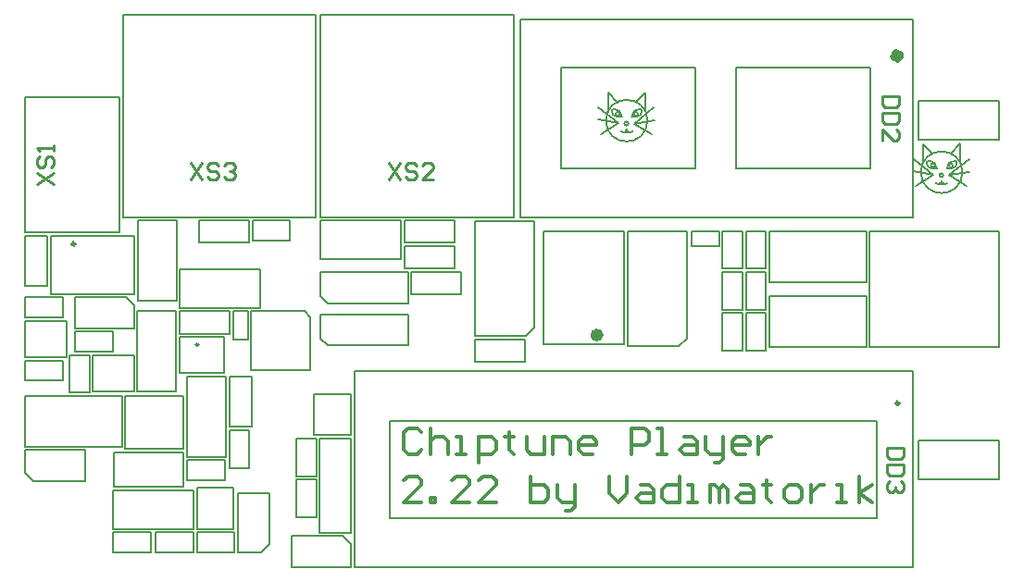
<source format=gto>
G04 Layer_Color=65535*
%FSLAX44Y44*%
%MOMM*%
G71*
G01*
G75*
%ADD10C,0.3000*%
%ADD11C,0.1500*%
%ADD14C,0.6000*%
%ADD17C,1.0000*%
%ADD91C,0.2000*%
%ADD92C,0.2500*%
%ADD93C,0.2540*%
D10*
X801764Y151850D02*
G03*
X801764Y151850I-1414J0D01*
G01*
X48346Y297700D02*
G03*
X48346Y297700I-1346J0D01*
G01*
X365245Y125229D02*
X361246Y129228D01*
X353249D01*
X349250Y125229D01*
Y109234D01*
X353249Y105236D01*
X361246D01*
X365245Y109234D01*
X373242Y129228D02*
Y105236D01*
Y117232D01*
X377241Y121230D01*
X385238D01*
X389237Y117232D01*
Y105236D01*
X397234D02*
X405232D01*
X401233D01*
Y121230D01*
X397234D01*
X417228Y97238D02*
Y121230D01*
X429224D01*
X433223Y117232D01*
Y109234D01*
X429224Y105236D01*
X417228D01*
X445219Y125229D02*
Y121230D01*
X441220D01*
X449218D01*
X445219D01*
Y109234D01*
X449218Y105236D01*
X461214Y121230D02*
Y109234D01*
X465213Y105236D01*
X477209D01*
Y121230D01*
X485206Y105236D02*
Y121230D01*
X497202D01*
X501201Y117232D01*
Y105236D01*
X521194D02*
X513197D01*
X509198Y109234D01*
Y117232D01*
X513197Y121230D01*
X521194D01*
X525193Y117232D01*
Y113233D01*
X509198D01*
X557183Y105236D02*
Y129228D01*
X569179D01*
X573178Y125229D01*
Y117232D01*
X569179Y113233D01*
X557183D01*
X581175Y105236D02*
X589173D01*
X585174D01*
Y129228D01*
X581175D01*
X605167Y121230D02*
X613165D01*
X617164Y117232D01*
Y105236D01*
X605167D01*
X601169Y109234D01*
X605167Y113233D01*
X617164D01*
X625161Y121230D02*
Y109234D01*
X629160Y105236D01*
X641156D01*
Y101237D01*
X637157Y97238D01*
X633158D01*
X641156Y105236D02*
Y121230D01*
X661149Y105236D02*
X653152D01*
X649153Y109234D01*
Y117232D01*
X653152Y121230D01*
X661149D01*
X665148Y117232D01*
Y113233D01*
X649153D01*
X673145Y121230D02*
Y105236D01*
Y113233D01*
X677144Y117232D01*
X681143Y121230D01*
X685142D01*
X365245Y61247D02*
X349250D01*
X365245Y77242D01*
Y81241D01*
X361246Y85240D01*
X353249D01*
X349250Y81241D01*
X373242Y61247D02*
Y65246D01*
X377241D01*
Y61247D01*
X373242D01*
X409231D02*
X393236D01*
X409231Y77242D01*
Y81241D01*
X405232Y85240D01*
X397234D01*
X393236Y81241D01*
X433223Y61247D02*
X417228D01*
X433223Y77242D01*
Y81241D01*
X429224Y85240D01*
X421227D01*
X417228Y81241D01*
X465213Y85240D02*
Y61247D01*
X477209D01*
X481207Y65246D01*
Y69245D01*
Y73243D01*
X477209Y77242D01*
X465213D01*
X489205D02*
Y65246D01*
X493204Y61247D01*
X505200D01*
Y57249D01*
X501201Y53250D01*
X497202D01*
X505200Y61247D02*
Y77242D01*
X537189Y85240D02*
Y69245D01*
X545187Y61247D01*
X553184Y69245D01*
Y85240D01*
X565180Y77242D02*
X573178D01*
X577176Y73243D01*
Y61247D01*
X565180D01*
X561182Y65246D01*
X565180Y69245D01*
X577176D01*
X601169Y85240D02*
Y61247D01*
X589173D01*
X585174Y65246D01*
Y73243D01*
X589173Y77242D01*
X601169D01*
X609166Y61247D02*
X617164D01*
X613165D01*
Y77242D01*
X609166D01*
X629160Y61247D02*
Y77242D01*
X633158D01*
X637157Y73243D01*
Y61247D01*
Y73243D01*
X641156Y77242D01*
X645154Y73243D01*
Y61247D01*
X657151Y77242D02*
X665148D01*
X669147Y73243D01*
Y61247D01*
X657151D01*
X653152Y65246D01*
X657151Y69245D01*
X669147D01*
X681143Y81241D02*
Y77242D01*
X677144D01*
X685142D01*
X681143D01*
Y65246D01*
X685142Y61247D01*
X701136D02*
X709134D01*
X713132Y65246D01*
Y73243D01*
X709134Y77242D01*
X701136D01*
X697138Y73243D01*
Y65246D01*
X701136Y61247D01*
X721130Y77242D02*
Y61247D01*
Y69245D01*
X725129Y73243D01*
X729127Y77242D01*
X733126D01*
X745122Y61247D02*
X753120D01*
X749121D01*
Y77242D01*
X745122D01*
X765116Y61247D02*
Y85240D01*
Y69245D02*
X777112Y77242D01*
X765116Y69245D02*
X777112Y61247D01*
D11*
X837750Y352500D02*
G03*
X840750Y355500I0J3000D01*
G01*
D02*
G03*
X843750Y352500I3000J0D01*
G01*
X843836D02*
G03*
X846250Y353500I0J3414D01*
G01*
X835250D02*
G03*
X837664Y352500I2414J2414D01*
G01*
X547250Y400750D02*
G03*
X549664Y399750I2414J2414D01*
G01*
X555836D02*
G03*
X558250Y400750I0J3414D01*
G01*
X852500Y374000D02*
G03*
X845500Y367000I0J-7000D01*
G01*
X854750Y371750D02*
G03*
X852500Y374000I-2250J0D01*
G01*
X850000Y367000D02*
G03*
X854750Y371750I0J4750D01*
G01*
X827000D02*
G03*
X831750Y367000I4750J0D01*
G01*
X829250Y374000D02*
G03*
X827000Y371750I0J-2250D01*
G01*
X836250Y367000D02*
G03*
X829250Y374000I-7000J0D01*
G01*
X548250Y414250D02*
G03*
X541250Y421250I-7000J0D01*
G01*
D02*
G03*
X539000Y419000I0J-2250D01*
G01*
D02*
G03*
X543750Y414250I4750J0D01*
G01*
X562000D02*
G03*
X566750Y419000I0J4750D01*
G01*
D02*
G03*
X564500Y421250I-2250J0D01*
G01*
D02*
G03*
X557500Y414250I0J-7000D01*
G01*
X552750Y402750D02*
G03*
X555750Y399750I3000J0D01*
G01*
X549750D02*
G03*
X552750Y402750I0J3000D01*
G01*
X837750Y352500D02*
X843750D01*
X843836D01*
X555750Y399750D02*
X555836D01*
X823750Y389000D02*
X832250Y380000D01*
X823750Y371500D02*
Y389000D01*
X857500Y371750D02*
Y389250D01*
X849000Y380250D02*
X857500Y389250D01*
X847250Y360500D02*
X865750Y375000D01*
X847250Y360500D02*
X863500Y350750D01*
X847250Y360500D02*
X866500Y363750D01*
X814250Y364000D02*
X833500Y360750D01*
X817250Y351000D02*
X833500Y360750D01*
X815000Y375250D02*
X833500Y360750D01*
X845500Y367000D02*
X850000D01*
X831750D02*
X836250D01*
X543750Y414250D02*
X548250D01*
X557500D02*
X562000D01*
X549750Y399750D02*
X555750D01*
X527000Y422500D02*
X545500Y408000D01*
X529250Y398250D02*
X545500Y408000D01*
X526250Y411250D02*
X545500Y408000D01*
X559250Y407750D02*
X578500Y411000D01*
X559250Y407750D02*
X575500Y398000D01*
X559250Y407750D02*
X577750Y422250D01*
X561000Y427500D02*
X569500Y436500D01*
Y419000D02*
Y436500D01*
X535750Y418750D02*
Y436250D01*
X544250Y427250D01*
X273000Y283750D02*
X346500D01*
X273000D02*
Y319250D01*
X346500D01*
Y283750D02*
Y319250D01*
X83250Y72500D02*
X156750D01*
Y37000D02*
Y72500D01*
X83250Y37000D02*
X156750D01*
X83250D02*
Y72500D01*
X820000Y393000D02*
Y428500D01*
Y393000D02*
X893500D01*
Y428500D01*
X820000D02*
X893500D01*
X820000Y82250D02*
Y117750D01*
Y82250D02*
X893500D01*
Y117750D01*
X820000D02*
X893500D01*
X661750Y275000D02*
Y309500D01*
X680250D01*
Y275000D02*
Y309500D01*
X661750Y275000D02*
X680250D01*
X683250Y250000D02*
X771750D01*
Y203500D02*
Y250000D01*
X683250Y203500D02*
X771750D01*
X683250D02*
Y250000D01*
Y309500D02*
X771750D01*
Y263000D02*
Y309500D01*
X683250Y263000D02*
X771750D01*
X683250D02*
Y309500D01*
X658750Y275000D02*
Y309500D01*
X640250Y275000D02*
X658750D01*
X640250D02*
Y309500D01*
X658750D01*
X637250Y296000D02*
Y309500D01*
X611750D02*
X637250D01*
X611750Y296000D02*
Y309500D01*
Y296000D02*
X637250D01*
X640250Y200000D02*
Y234500D01*
X658750D01*
Y200000D02*
Y234500D01*
X640250Y200000D02*
X658750D01*
X680250D02*
Y234500D01*
X661750Y200000D02*
X680250D01*
X661750D02*
Y234500D01*
X680250D01*
X658750Y237500D02*
Y272000D01*
X640250Y237500D02*
X658750D01*
X640250D02*
Y272000D01*
X658750D01*
X661750Y237500D02*
Y272000D01*
X680250D01*
Y237500D02*
Y272000D01*
X661750Y237500D02*
X680250D01*
X781350Y46850D02*
Y135850D01*
X347100D02*
X781350D01*
X303600Y3850D02*
Y173850D01*
Y1850D02*
Y3850D01*
Y1850D02*
X808850D01*
X814350D01*
Y175600D01*
Y181600D01*
X802100D02*
X814350D01*
X303600Y173850D02*
Y181600D01*
X802100D01*
X336350Y135850D02*
X347100D01*
X336350Y46850D02*
Y135850D01*
Y46850D02*
X357100D01*
X781350D01*
X492850Y367000D02*
X615850D01*
X492850D02*
Y458750D01*
X615850Y367000D02*
Y458750D01*
X603350D02*
X615850D01*
X492850D02*
X603350D01*
X615850D01*
X652850D02*
X762850D01*
X652850Y367000D02*
Y458750D01*
Y367000D02*
X758600D01*
X775850D01*
Y458750D01*
X762850D02*
X775850D01*
X777100Y503500D02*
X808600D01*
X814350D01*
Y335750D02*
Y503500D01*
Y322250D02*
Y335750D01*
X459350Y322250D02*
X814350D01*
X455100D02*
X459350D01*
X455100D02*
Y497750D01*
Y503500D01*
X774850D01*
X777100D01*
X72000Y308250D02*
X88750D01*
Y431750D01*
X86250D02*
X88750D01*
X2750D02*
X86250D01*
X2750Y317750D02*
Y431750D01*
Y308250D02*
X68500D01*
X2750D02*
Y317750D01*
X68500Y308250D02*
X72000D01*
X273000Y322250D02*
Y363000D01*
Y322250D02*
X449500D01*
Y507250D01*
X273000D02*
X449500D01*
X273000Y367750D02*
Y507250D01*
Y363000D02*
Y367750D01*
X92000Y363000D02*
Y367750D01*
Y507250D01*
X268500D01*
Y322250D02*
Y507250D01*
X92000Y322250D02*
X268500D01*
X92000D02*
Y363000D01*
X878250Y309500D02*
X893000D01*
Y203500D02*
Y309500D01*
X774500Y203500D02*
X893000D01*
X774500D02*
Y309500D01*
X871750D01*
X878250D01*
X476750Y309550D02*
X550500D01*
X476750Y206050D02*
Y309550D01*
X550500Y220300D02*
Y309550D01*
Y206050D02*
Y220300D01*
X476750Y206050D02*
X550500D01*
X413800Y189500D02*
X459800D01*
X413800D02*
Y210000D01*
X459800D01*
Y189500D02*
Y210000D01*
X300550Y122750D02*
Y130500D01*
X267050Y122750D02*
X300550D01*
X267050D02*
Y160250D01*
X300550D01*
Y133250D02*
Y160250D01*
Y130500D02*
Y133250D01*
X225750Y22950D02*
Y69950D01*
X218250Y15450D02*
X225750Y22950D01*
X197250Y15450D02*
X218250D01*
X197250D02*
Y69950D01*
X225750D01*
X209000Y182500D02*
Y236000D01*
Y182500D02*
X263500D01*
X209000Y236000D02*
X258250D01*
X263500Y182500D02*
Y230750D01*
X258250Y236000D02*
X263500Y230750D01*
X250500Y119750D02*
X269000D01*
X250500Y85250D02*
Y119750D01*
Y85250D02*
X269000D01*
Y119750D01*
X300550Y33250D02*
Y106750D01*
X282050Y33250D02*
X300550D01*
X272050D02*
X282050D01*
X272050D02*
Y42000D01*
X300550Y106750D02*
Y119750D01*
X278800D02*
X300550D01*
X272050D02*
X278800D01*
X272050Y45750D02*
Y119750D01*
Y42000D02*
Y45750D01*
X250500Y47750D02*
X269000D01*
Y82250D01*
X250500D02*
X269000D01*
X250500Y47750D02*
Y82250D01*
X246050Y30250D02*
X293050D01*
X300550Y22750D01*
Y1750D02*
Y22750D01*
X246050Y1750D02*
X300550D01*
X246050D02*
Y30250D01*
X349500Y295500D02*
X395500D01*
Y275000D02*
Y295500D01*
X349500Y275000D02*
X395500D01*
X349500D02*
Y295500D01*
X355500Y272000D02*
X401500D01*
Y251500D02*
Y272000D01*
X355500Y251500D02*
X401500D01*
X355500D02*
Y272000D01*
X352750Y204750D02*
Y233250D01*
X273000D02*
X352750D01*
X273000Y211250D02*
Y233250D01*
Y211250D02*
X279500Y204750D01*
X352750D01*
Y243500D02*
Y272000D01*
X273000D02*
X352750D01*
X273000Y250000D02*
Y272000D01*
Y250000D02*
X279500Y243500D01*
X352750D01*
X48250Y249000D02*
X95250D01*
X102750Y241500D01*
Y220500D02*
Y241500D01*
X48250Y220500D02*
X102750D01*
X48250D02*
Y249000D01*
X245000Y300750D02*
Y319250D01*
X210500D02*
X245000D01*
X210500Y300750D02*
Y319250D01*
Y300750D02*
X245000D01*
X349500Y319250D02*
X395500D01*
Y298750D02*
Y319250D01*
X349500Y298750D02*
X395500D01*
X349500D02*
Y319250D01*
X161500D02*
X207500D01*
Y298750D02*
Y319250D01*
X161500Y298750D02*
X207500D01*
X161500D02*
Y319250D01*
X141250Y245750D02*
Y319250D01*
X105750Y245750D02*
X141250D01*
X105750D02*
Y319250D01*
X141250D01*
X144250Y239000D02*
X217750D01*
X144250D02*
Y274500D01*
X217750D01*
Y239000D02*
Y274500D01*
X206250Y210500D02*
Y236000D01*
X192750Y210500D02*
X206250D01*
X192750D02*
Y236000D01*
X206250D01*
X194250Y15500D02*
Y34000D01*
X159750D02*
X194250D01*
X159750Y15500D02*
Y34000D01*
Y15500D02*
X194250D01*
X193250Y37000D02*
Y44750D01*
X159750Y37000D02*
X193250D01*
X159750D02*
Y74500D01*
X193250D01*
Y47500D02*
Y74500D01*
Y44750D02*
Y47500D01*
X189250Y92750D02*
X207750D01*
Y127250D01*
X189250D02*
X207750D01*
X189250Y92750D02*
Y127250D01*
X91250Y112000D02*
Y158500D01*
X2750D02*
X91250D01*
X2750Y112000D02*
Y158500D01*
Y112000D02*
X91250D01*
X43250Y196000D02*
X61750D01*
X43250Y161500D02*
Y196000D01*
Y161500D02*
X61750D01*
Y196000D01*
X147750Y110000D02*
Y158500D01*
X94250D02*
X147750D01*
X94250Y110000D02*
X147750D01*
X94250D02*
Y113750D01*
Y158500D01*
X64750Y162500D02*
X72500D01*
X64750D02*
Y196000D01*
X102250D01*
Y162500D02*
Y196000D01*
X75250Y162500D02*
X102250D01*
X72500D02*
X75250D01*
X2750Y259250D02*
Y305250D01*
X23250D01*
Y259250D02*
Y305250D01*
X2750Y259250D02*
X23250D01*
X10300Y80750D02*
X57300D01*
X2800Y88250D02*
X10300Y80750D01*
X2800Y88250D02*
Y109250D01*
X57300D01*
Y80750D02*
Y109250D01*
X48250Y199000D02*
Y217500D01*
Y199000D02*
X82750D01*
Y217500D01*
X48250D02*
X82750D01*
X209750Y130250D02*
Y176250D01*
X189250Y130250D02*
X209750D01*
X189250D02*
Y176250D01*
X209750D01*
X2750Y172500D02*
Y191000D01*
Y172500D02*
X37250D01*
Y191000D01*
X2750D02*
X37250D01*
X186250Y102750D02*
Y176250D01*
X150750Y102750D02*
X186250D01*
X150750D02*
Y176250D01*
X186250D01*
X45000Y251700D02*
X95750D01*
X26250D02*
X45000D01*
X26250D02*
Y305200D01*
X37000D01*
X102750D01*
Y297450D02*
Y305200D01*
Y251700D02*
Y297450D01*
X95750Y251700D02*
X102750D01*
X143750Y179250D02*
X158500D01*
X143750D02*
Y212750D01*
X184250D01*
Y179250D02*
Y212750D01*
X162500Y179250D02*
X184250D01*
X158500D02*
X162500D01*
X143750Y236000D02*
X189750D01*
Y215500D02*
Y236000D01*
X143750Y215500D02*
X189750D01*
X143750D02*
Y236000D01*
X140750Y162500D02*
Y236000D01*
X105250Y162500D02*
X140750D01*
X105250D02*
Y236000D01*
X140750D01*
X2750Y194000D02*
X10500D01*
X2750D02*
Y227500D01*
X40250D01*
Y194000D02*
Y227500D01*
X13250Y194000D02*
X40250D01*
X10500D02*
X13250D01*
X2750Y230500D02*
Y249000D01*
Y230500D02*
X37250D01*
Y249000D01*
X2750D02*
X37250D01*
X117750Y15500D02*
Y34000D01*
X83250D02*
X117750D01*
X83250Y15500D02*
Y34000D01*
Y15500D02*
X117750D01*
X156750D02*
Y34000D01*
X122250D02*
X156750D01*
X122250Y15500D02*
Y34000D01*
Y15500D02*
X156750D01*
X185250Y81250D02*
Y99750D01*
X150750D02*
X185250D01*
X150750Y81250D02*
Y99750D01*
Y81250D02*
X185250D01*
D14*
X528500Y214300D02*
G03*
X528500Y214300I-3000J0D01*
G01*
D17*
X801264Y469750D02*
G03*
X801264Y469750I-1414J0D01*
G01*
D91*
X859756Y363250D02*
G03*
X859756Y363250I-19007J0D01*
G01*
X834570Y369500D02*
G03*
X834570Y369500I-1820J0D01*
G01*
X850820D02*
G03*
X850820Y369500I-1820J0D01*
G01*
X842320Y360500D02*
G03*
X842320Y360500I-1820J0D01*
G01*
X554320Y407750D02*
G03*
X554320Y407750I-1820J0D01*
G01*
X562820Y416750D02*
G03*
X562820Y416750I-1820J0D01*
G01*
X546570D02*
G03*
X546570Y416750I-1820J0D01*
G01*
X571757Y410500D02*
G03*
X571757Y410500I-19007J0D01*
G01*
X414050Y213400D02*
X460550D01*
X468050Y220900D01*
Y318900D01*
X414050Y213400D02*
Y318900D01*
X468050D01*
X553800Y309400D02*
X607800D01*
X553800Y203900D02*
Y309400D01*
X607800Y211400D02*
Y309400D01*
X600300Y203900D02*
X607800Y211400D01*
X553800Y203900D02*
X600300D01*
X83500Y75750D02*
X147500D01*
X83500D02*
Y106750D01*
X147500D01*
Y75750D02*
Y106750D01*
D92*
X161250Y205500D02*
G03*
X161250Y205500I-1250J0D01*
G01*
D93*
X805735Y111150D02*
X790500D01*
Y103532D01*
X793039Y100993D01*
X803196D01*
X805735Y103532D01*
Y111150D01*
Y95915D02*
X790500D01*
Y88297D01*
X793039Y85758D01*
X803196D01*
X805735Y88297D01*
Y95915D01*
X803196Y80680D02*
X805735Y78141D01*
Y73062D01*
X803196Y70523D01*
X800657D01*
X798118Y73062D01*
Y75602D01*
Y73062D01*
X795578Y70523D01*
X793039D01*
X790500Y73062D01*
Y78141D01*
X793039Y80680D01*
X801985Y432750D02*
X786750D01*
Y425132D01*
X789289Y422593D01*
X799446D01*
X801985Y425132D01*
Y432750D01*
Y417515D02*
X786750D01*
Y409897D01*
X789289Y407358D01*
X799446D01*
X801985Y409897D01*
Y417515D01*
X786750Y392123D02*
Y402280D01*
X796907Y392123D01*
X799446D01*
X801985Y394662D01*
Y399741D01*
X799446Y402280D01*
X13765Y352000D02*
X29000Y362157D01*
X13765D02*
X29000Y352000D01*
X16304Y377392D02*
X13765Y374853D01*
Y369774D01*
X16304Y367235D01*
X18843D01*
X21383Y369774D01*
Y374853D01*
X23922Y377392D01*
X26461D01*
X29000Y374853D01*
Y369774D01*
X26461Y367235D01*
X29000Y382470D02*
Y387548D01*
Y385009D01*
X13765D01*
X16304Y382470D01*
X335250Y371485D02*
X345407Y356250D01*
Y371485D02*
X335250Y356250D01*
X360642Y368946D02*
X358103Y371485D01*
X353024D01*
X350485Y368946D01*
Y366407D01*
X353024Y363867D01*
X358103D01*
X360642Y361328D01*
Y358789D01*
X358103Y356250D01*
X353024D01*
X350485Y358789D01*
X375877Y356250D02*
X365720D01*
X375877Y366407D01*
Y368946D01*
X373338Y371485D01*
X368259D01*
X365720Y368946D01*
X154250Y371985D02*
X164407Y356750D01*
Y371985D02*
X154250Y356750D01*
X179642Y369446D02*
X177103Y371985D01*
X172024D01*
X169485Y369446D01*
Y366907D01*
X172024Y364367D01*
X177103D01*
X179642Y361828D01*
Y359289D01*
X177103Y356750D01*
X172024D01*
X169485Y359289D01*
X184720Y369446D02*
X187259Y371985D01*
X192338D01*
X194877Y369446D01*
Y366907D01*
X192338Y364367D01*
X189799D01*
X192338D01*
X194877Y361828D01*
Y359289D01*
X192338Y356750D01*
X187259D01*
X184720Y359289D01*
M02*

</source>
